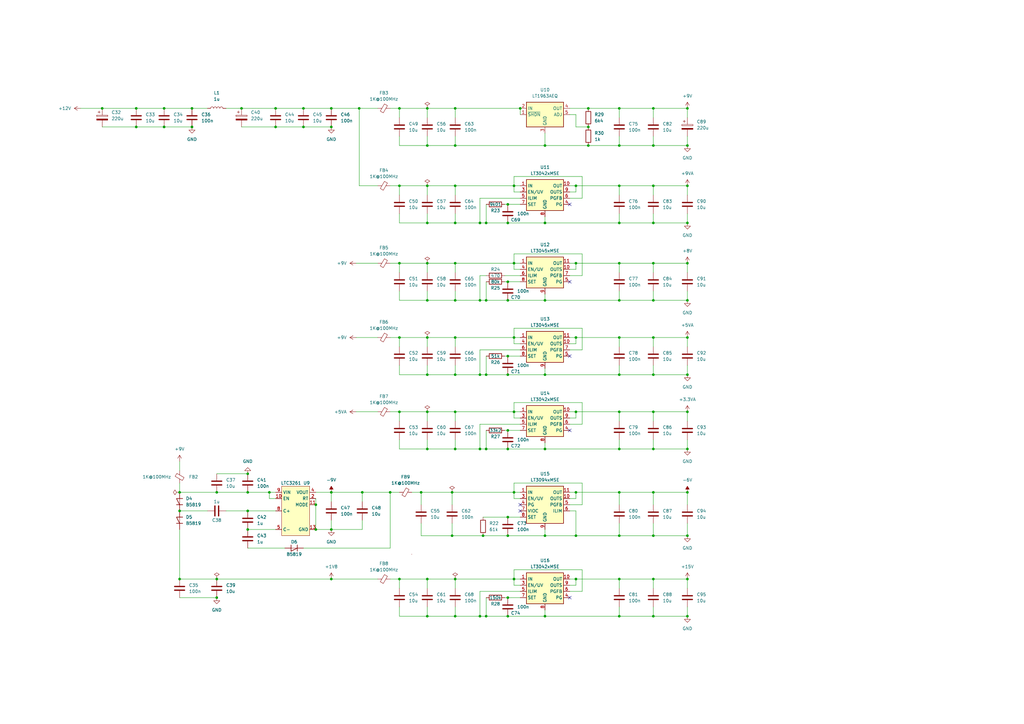
<source format=kicad_sch>
(kicad_sch (version 20211123) (generator eeschema)
  (paper "A3")
  (title_block (title "Kirdy") (date "2022-07-03") (rev "r0.1") (company "M-Labs") (comment 1 "Alex Wong Tat Hang"))
  (junction (at 175.26 237.49))
  (junction (at 223.52 59.69))
  (junction (at 223.52 184.15))
  (junction (at 236.22 76.2))
  (junction (at 210.82 201.93))
  (junction (at 78.74 44.45))
  (junction (at 210.82 76.2))
  (junction (at 236.22 168.91))
  (junction (at 185.42 219.71))
  (junction (at 101.6 217.17))
  (junction (at 254 184.15))
  (junction (at 208.28 245.11))
  (junction (at 185.42 201.93))
  (junction (at 208.28 176.53))
  (junction (at 135.89 217.17))
  (junction (at 147.32 44.45))
  (junction (at 210.82 138.43))
  (junction (at 254 91.44))
  (junction (at 135.89 237.49))
  (junction (at 208.28 252.73))
  (junction (at 196.85 184.15))
  (junction (at 88.9 237.49))
  (junction (at 199.39 252.73))
  (junction (at 186.69 138.43))
  (junction (at 208.28 184.15))
  (junction (at 78.74 52.07))
  (junction (at 254 44.45))
  (junction (at 267.97 76.2))
  (junction (at 199.39 153.67))
  (junction (at 254 237.49))
  (junction (at 163.83 76.2))
  (junction (at 281.94 107.95))
  (junction (at 210.82 107.95))
  (junction (at 99.06 44.45))
  (junction (at 67.31 52.07))
  (junction (at 175.26 59.69))
  (junction (at 267.97 201.93))
  (junction (at 113.03 52.07))
  (junction (at 175.26 153.67))
  (junction (at 175.26 91.44))
  (junction (at 41.91 44.45))
  (junction (at 281.94 138.43))
  (junction (at 267.97 138.43))
  (junction (at 175.26 107.95))
  (junction (at 196.85 91.44))
  (junction (at 199.39 123.19))
  (junction (at 267.97 252.73))
  (junction (at 281.94 237.49))
  (junction (at 186.69 252.73))
  (junction (at 208.28 123.19))
  (junction (at 254 219.71))
  (junction (at 148.59 201.93))
  (junction (at 223.52 153.67))
  (junction (at 223.52 91.44))
  (junction (at 101.6 209.55))
  (junction (at 281.94 76.2))
  (junction (at 281.94 201.93))
  (junction (at 281.94 168.91))
  (junction (at 186.69 107.95))
  (junction (at 281.94 123.19))
  (junction (at 281.94 44.45))
  (junction (at 186.69 237.49))
  (junction (at 186.69 184.15))
  (junction (at 163.83 168.91))
  (junction (at 236.22 219.71))
  (junction (at 254 168.91))
  (junction (at 281.94 252.73))
  (junction (at 241.3 44.45))
  (junction (at 223.52 123.19))
  (junction (at 186.69 76.2))
  (junction (at 213.36 44.45))
  (junction (at 198.12 219.71))
  (junction (at 281.94 184.15))
  (junction (at 267.97 44.45))
  (junction (at 135.89 201.93))
  (junction (at 186.69 91.44))
  (junction (at 267.97 168.91))
  (junction (at 175.26 168.91))
  (junction (at 281.94 219.71))
  (junction (at 160.02 201.93))
  (junction (at 186.69 59.69))
  (junction (at 208.28 83.82))
  (junction (at 135.89 52.07))
  (junction (at 236.22 201.93))
  (junction (at 113.03 44.45))
  (junction (at 254 153.67))
  (junction (at 254 138.43))
  (junction (at 210.82 168.91))
  (junction (at 281.94 91.44))
  (junction (at 254 59.69))
  (junction (at 267.97 184.15))
  (junction (at 267.97 123.19))
  (junction (at 254 76.2))
  (junction (at 101.6 201.93))
  (junction (at 163.83 138.43))
  (junction (at 186.69 123.19))
  (junction (at 241.3 52.07))
  (junction (at 175.26 252.73))
  (junction (at 135.89 44.45))
  (junction (at 196.85 123.19))
  (junction (at 208.28 91.44))
  (junction (at 172.72 201.93))
  (junction (at 208.28 153.67))
  (junction (at 73.66 209.55))
  (junction (at 267.97 237.49))
  (junction (at 208.28 212.09))
  (junction (at 196.85 252.73))
  (junction (at 124.46 52.07))
  (junction (at 175.26 184.15))
  (junction (at 163.83 107.95))
  (junction (at 186.69 153.67))
  (junction (at 88.9 201.93))
  (junction (at 254 201.93))
  (junction (at 110.49 201.93))
  (junction (at 208.28 115.57))
  (junction (at 236.22 107.95))
  (junction (at 267.97 219.71))
  (junction (at 208.28 146.05))
  (junction (at 223.52 252.73))
  (junction (at 73.66 201.93))
  (junction (at 175.26 123.19))
  (junction (at 281.94 59.69))
  (junction (at 267.97 59.69))
  (junction (at 55.88 52.07))
  (junction (at 236.22 237.49))
  (junction (at 281.94 153.67))
  (junction (at 223.52 219.71))
  (junction (at 208.28 219.71))
  (junction (at 267.97 107.95))
  (junction (at 175.26 76.2))
  (junction (at 175.26 138.43))
  (junction (at 163.83 44.45))
  (junction (at 199.39 184.15))
  (junction (at 101.6 194.31))
  (junction (at 88.9 245.11))
  (junction (at 267.97 91.44))
  (junction (at 254 123.19))
  (junction (at 175.26 44.45))
  (junction (at 210.82 237.49))
  (junction (at 254 252.73))
  (junction (at 73.66 237.49))
  (junction (at 163.83 237.49))
  (junction (at 186.69 168.91))
  (junction (at 129.54 207.01))
  (junction (at 67.31 44.45))
  (junction (at 267.97 153.67))
  (junction (at 124.46 44.45))
  (junction (at 55.88 44.45))
  (junction (at 186.69 44.45))
  (junction (at 254 107.95))
  (junction (at 129.54 217.17))
  (junction (at 241.3 59.69))
  (junction (at 236.22 138.43))
  (junction (at 199.39 91.44))
  (junction (at 196.85 153.67))
  (no_connect (at 233.68 115.57))
  (no_connect (at 233.68 176.53))
  (no_connect (at 233.68 245.11))
  (no_connect (at 213.36 209.55))
  (no_connect (at 213.36 207.01))
  (no_connect (at 233.68 83.82))
  (no_connect (at 233.68 146.05))
  (wire (pts (xy 88.9 201.93) (xy 101.6 201.93)))
  (wire (pts (xy 207.01 176.53) (xy 208.28 176.53)))
  (wire (pts (xy 267.97 214.63) (xy 267.97 219.71)))
  (wire (pts (xy 267.97 153.67) (xy 267.97 149.86)))
  (wire (pts (xy 196.85 81.28) (xy 196.85 91.44)))
  (wire (pts (xy 175.26 241.3) (xy 175.26 237.49)))
  (wire (pts (xy 160.02 237.49) (xy 163.83 237.49)))
  (wire (pts (xy 254 237.49) (xy 254 241.3)))
  (wire (pts (xy 233.68 140.97) (xy 236.22 140.97)))
  (wire (pts (xy 148.59 201.93) (xy 148.59 205.74)))
  (wire (pts (xy 281.94 252.73) (xy 281.94 248.92)))
  (wire (pts (xy 254 107.95) (xy 254 111.76)))
  (wire (pts (xy 135.89 213.36) (xy 135.89 217.17)))
  (wire (pts (xy 163.83 252.73) (xy 163.83 248.92)))
  (wire (pts (xy 208.28 176.53) (xy 213.36 176.53)))
  (wire (pts (xy 124.46 44.45) (xy 135.89 44.45)))
  (wire (pts (xy 135.89 217.17) (xy 129.54 217.17)))
  (wire (pts (xy 196.85 91.44) (xy 199.39 91.44)))
  (wire (pts (xy 267.97 107.95) (xy 267.97 111.76)))
  (wire (pts (xy 267.97 252.73) (xy 281.94 252.73)))
  (wire (pts (xy 160.02 107.95) (xy 163.83 107.95)))
  (wire (pts (xy 186.69 172.72) (xy 186.69 168.91)))
  (wire (pts (xy 196.85 113.03) (xy 199.39 113.03)))
  (wire (pts (xy 236.22 219.71) (xy 223.52 219.71)))
  (wire (pts (xy 175.26 123.19) (xy 186.69 123.19)))
  (wire (pts (xy 175.26 252.73) (xy 175.26 248.92)))
  (wire (pts (xy 186.69 123.19) (xy 196.85 123.19)))
  (wire (pts (xy 185.42 219.71) (xy 198.12 219.71)))
  (wire (pts (xy 267.97 153.67) (xy 281.94 153.67)))
  (wire (pts (xy 207.01 115.57) (xy 208.28 115.57)))
  (wire (pts (xy 175.26 123.19) (xy 175.26 119.38)))
  (wire (pts (xy 210.82 76.2) (xy 213.36 76.2)))
  (wire (pts (xy 163.83 59.69) (xy 175.26 59.69)))
  (wire (pts (xy 210.82 237.49) (xy 213.36 237.49)))
  (wire (pts (xy 254 219.71) (xy 254 214.63)))
  (wire (pts (xy 199.39 184.15) (xy 208.28 184.15)))
  (wire (pts (xy 129.54 201.93) (xy 135.89 201.93)))
  (wire (pts (xy 175.26 142.24) (xy 175.26 138.43)))
  (wire (pts (xy 199.39 252.73) (xy 208.28 252.73)))
  (wire (pts (xy 186.69 80.01) (xy 186.69 76.2)))
  (wire (pts (xy 199.39 245.11) (xy 199.39 252.73)))
  (wire (pts (xy 172.72 214.63) (xy 172.72 219.71)))
  (wire (pts (xy 92.71 209.55) (xy 101.6 209.55)))
  (wire (pts (xy 208.28 184.15) (xy 223.52 184.15)))
  (wire (pts (xy 175.26 184.15) (xy 186.69 184.15)))
  (wire (pts (xy 208.28 91.44) (xy 223.52 91.44)))
  (wire (pts (xy 213.36 204.47) (xy 210.82 204.47)))
  (wire (pts (xy 135.89 44.45) (xy 147.32 44.45)))
  (wire (pts (xy 254 219.71) (xy 267.97 219.71)))
  (wire (pts (xy 208.28 115.57) (xy 213.36 115.57)))
  (wire (pts (xy 163.83 252.73) (xy 175.26 252.73)))
  (wire (pts (xy 185.42 201.93) (xy 210.82 201.93)))
  (wire (pts (xy 186.69 168.91) (xy 210.82 168.91)))
  (wire (pts (xy 199.39 115.57) (xy 199.39 123.19)))
  (wire (pts (xy 175.26 76.2) (xy 186.69 76.2)))
  (wire (pts (xy 186.69 91.44) (xy 186.69 87.63)))
  (wire (pts (xy 199.39 146.05) (xy 199.39 153.67)))
  (wire (pts (xy 254 153.67) (xy 254 149.86)))
  (wire (pts (xy 238.76 134.62) (xy 210.82 134.62)))
  (wire (pts (xy 199.39 153.67) (xy 208.28 153.67)))
  (wire (pts (xy 172.72 219.71) (xy 185.42 219.71)))
  (wire (pts (xy 223.52 91.44) (xy 254 91.44)))
  (wire (pts (xy 236.22 240.03) (xy 236.22 237.49)))
  (wire (pts (xy 101.6 224.79) (xy 116.84 224.79)))
  (wire (pts (xy 198.12 219.71) (xy 208.28 219.71)))
  (wire (pts (xy 254 184.15) (xy 254 180.34)))
  (wire (pts (xy 210.82 140.97) (xy 210.82 138.43)))
  (wire (pts (xy 55.88 52.07) (xy 67.31 52.07)))
  (wire (pts (xy 196.85 81.28) (xy 213.36 81.28)))
  (wire (pts (xy 267.97 59.69) (xy 254 59.69)))
  (wire (pts (xy 213.36 110.49) (xy 210.82 110.49)))
  (wire (pts (xy 254 107.95) (xy 267.97 107.95)))
  (wire (pts (xy 267.97 91.44) (xy 267.97 87.63)))
  (wire (pts (xy 223.52 250.19) (xy 223.52 252.73)))
  (wire (pts (xy 254 123.19) (xy 254 119.38)))
  (wire (pts (xy 254 201.93) (xy 267.97 201.93)))
  (wire (pts (xy 186.69 44.45) (xy 213.36 44.45)))
  (wire (pts (xy 196.85 173.99) (xy 213.36 173.99)))
  (wire (pts (xy 175.26 184.15) (xy 175.26 180.34)))
  (wire (pts (xy 233.68 113.03) (xy 238.76 113.03)))
  (wire (pts (xy 210.82 107.95) (xy 213.36 107.95)))
  (wire (pts (xy 186.69 241.3) (xy 186.69 237.49)))
  (wire (pts (xy 254 237.49) (xy 267.97 237.49)))
  (wire (pts (xy 146.05 168.91) (xy 154.94 168.91)))
  (wire (pts (xy 236.22 237.49) (xy 254 237.49)))
  (wire (pts (xy 210.82 201.93) (xy 213.36 201.93)))
  (wire (pts (xy 207.01 245.11) (xy 208.28 245.11)))
  (wire (pts (xy 210.82 78.74) (xy 210.82 76.2)))
  (wire (pts (xy 196.85 252.73) (xy 199.39 252.73)))
  (wire (pts (xy 186.69 153.67) (xy 196.85 153.67)))
  (wire (pts (xy 236.22 219.71) (xy 254 219.71)))
  (wire (pts (xy 210.82 138.43) (xy 213.36 138.43)))
  (wire (pts (xy 73.66 198.12) (xy 73.66 201.93)))
  (wire (pts (xy 238.76 173.99) (xy 238.76 165.1)))
  (wire (pts (xy 175.26 172.72) (xy 175.26 168.91)))
  (wire (pts (xy 113.03 52.07) (xy 124.46 52.07)))
  (wire (pts (xy 73.66 237.49) (xy 73.66 217.17)))
  (wire (pts (xy 238.76 165.1) (xy 210.82 165.1)))
  (wire (pts (xy 208.28 123.19) (xy 223.52 123.19)))
  (wire (pts (xy 113.03 44.45) (xy 124.46 44.45)))
  (wire (pts (xy 281.94 76.2) (xy 281.94 80.01)))
  (wire (pts (xy 163.83 172.72) (xy 163.83 168.91)))
  (wire (pts (xy 281.94 184.15) (xy 281.94 180.34)))
  (wire (pts (xy 238.76 104.14) (xy 210.82 104.14)))
  (wire (pts (xy 210.82 240.03) (xy 210.82 237.49)))
  (wire (pts (xy 281.94 168.91) (xy 281.94 172.72)))
  (wire (pts (xy 163.83 107.95) (xy 175.26 107.95)))
  (wire (pts (xy 233.68 143.51) (xy 238.76 143.51)))
  (wire (pts (xy 254 48.26) (xy 254 44.45)))
  (wire (pts (xy 196.85 113.03) (xy 196.85 123.19)))
  (wire (pts (xy 236.22 201.93) (xy 254 201.93)))
  (wire (pts (xy 73.66 237.49) (xy 88.9 237.49)))
  (wire (pts (xy 175.26 168.91) (xy 186.69 168.91)))
  (wire (pts (xy 233.68 240.03) (xy 236.22 240.03)))
  (wire (pts (xy 175.26 44.45) (xy 186.69 44.45)))
  (wire (pts (xy 160.02 44.45) (xy 163.83 44.45)))
  (wire (pts (xy 124.46 52.07) (xy 135.89 52.07)))
  (wire (pts (xy 236.22 138.43) (xy 254 138.43)))
  (wire (pts (xy 110.49 201.93) (xy 113.03 201.93)))
  (wire (pts (xy 233.68 173.99) (xy 238.76 173.99)))
  (wire (pts (xy 210.82 134.62) (xy 210.82 138.43)))
  (wire (pts (xy 223.52 59.69) (xy 223.52 54.61)))
  (wire (pts (xy 267.97 76.2) (xy 267.97 80.01)))
  (wire (pts (xy 267.97 138.43) (xy 281.94 138.43)))
  (wire (pts (xy 254 44.45) (xy 267.97 44.45)))
  (wire (pts (xy 254 91.44) (xy 267.97 91.44)))
  (wire (pts (xy 267.97 123.19) (xy 267.97 119.38)))
  (wire (pts (xy 238.76 113.03) (xy 238.76 104.14)))
  (wire (pts (xy 223.52 151.13) (xy 223.52 153.67)))
  (wire (pts (xy 233.68 138.43) (xy 236.22 138.43)))
  (wire (pts (xy 163.83 59.69) (xy 163.83 55.88)))
  (wire (pts (xy 233.68 81.28) (xy 238.76 81.28)))
  (wire (pts (xy 196.85 153.67) (xy 199.39 153.67)))
  (wire (pts (xy 163.83 123.19) (xy 175.26 123.19)))
  (wire (pts (xy 223.52 181.61) (xy 223.52 184.15)))
  (wire (pts (xy 113.03 204.47) (xy 110.49 204.47)))
  (wire (pts (xy 73.66 245.11) (xy 88.9 245.11)))
  (wire (pts (xy 186.69 59.69) (xy 223.52 59.69)))
  (wire (pts (xy 135.89 237.49) (xy 154.94 237.49)))
  (wire (pts (xy 186.69 153.67) (xy 186.69 149.86)))
  (wire (pts (xy 186.69 123.19) (xy 186.69 119.38)))
  (wire (pts (xy 233.68 76.2) (xy 236.22 76.2)))
  (wire (pts (xy 185.42 214.63) (xy 185.42 219.71)))
  (wire (pts (xy 208.28 252.73) (xy 223.52 252.73)))
  (wire (pts (xy 175.26 252.73) (xy 186.69 252.73)))
  (wire (pts (xy 168.91 201.93) (xy 172.72 201.93)))
  (wire (pts (xy 186.69 48.26) (xy 186.69 44.45)))
  (wire (pts (xy 135.89 201.93) (xy 148.59 201.93)))
  (wire (pts (xy 267.97 44.45) (xy 281.94 44.45)))
  (wire (pts (xy 199.39 176.53) (xy 199.39 184.15)))
  (wire (pts (xy 254 168.91) (xy 254 172.72)))
  (wire (pts (xy 254 201.93) (xy 254 207.01)))
  (wire (pts (xy 185.42 201.93) (xy 185.42 207.01)))
  (wire (pts (xy 135.89 201.93) (xy 135.89 205.74)))
  (wire (pts (xy 213.36 78.74) (xy 210.82 78.74)))
  (wire (pts (xy 267.97 48.26) (xy 267.97 44.45)))
  (wire (pts (xy 163.83 237.49) (xy 175.26 237.49)))
  (wire (pts (xy 196.85 143.51) (xy 213.36 143.51)))
  (wire (pts (xy 186.69 252.73) (xy 186.69 248.92)))
  (wire (pts (xy 175.26 153.67) (xy 175.26 149.86)))
  (wire (pts (xy 233.68 168.91) (xy 236.22 168.91)))
  (wire (pts (xy 186.69 138.43) (xy 210.82 138.43)))
  (wire (pts (xy 254 123.19) (xy 267.97 123.19)))
  (wire (pts (xy 233.68 171.45) (xy 236.22 171.45)))
  (wire (pts (xy 254 91.44) (xy 254 87.63)))
  (wire (pts (xy 238.76 81.28) (xy 238.76 72.39)))
  (wire (pts (xy 213.36 240.03) (xy 210.82 240.03)))
  (wire (pts (xy 236.22 209.55) (xy 236.22 219.71)))
  (wire (pts (xy 163.83 80.01) (xy 163.83 76.2)))
  (wire (pts (xy 223.52 123.19) (xy 254 123.19)))
  (wire (pts (xy 254 153.67) (xy 267.97 153.67)))
  (wire (pts (xy 101.6 217.17) (xy 113.03 217.17)))
  (wire (pts (xy 213.36 44.45) (xy 213.36 46.99)))
  (wire (pts (xy 163.83 241.3) (xy 163.83 237.49)))
  (wire (pts (xy 233.68 242.57) (xy 238.76 242.57)))
  (wire (pts (xy 236.22 168.91) (xy 254 168.91)))
  (wire (pts (xy 223.52 219.71) (xy 223.52 217.17)))
  (wire (pts (xy 160.02 224.79) (xy 160.02 201.93)))
  (wire (pts (xy 163.83 48.26) (xy 163.83 44.45)))
  (wire (pts (xy 78.74 44.45) (xy 85.09 44.45)))
  (wire (pts (xy 267.97 201.93) (xy 281.94 201.93)))
  (wire (pts (xy 148.59 217.17) (xy 135.89 217.17)))
  (wire (pts (xy 92.71 44.45) (xy 99.06 44.45)))
  (wire (pts (xy 281.94 44.45) (xy 281.94 48.26)))
  (wire (pts (xy 175.26 48.26) (xy 175.26 44.45)))
  (wire (pts (xy 163.83 153.67) (xy 175.26 153.67)))
  (wire (pts (xy 175.26 153.67) (xy 186.69 153.67)))
  (wire (pts (xy 160.02 201.93) (xy 163.83 201.93)))
  (wire (pts (xy 267.97 237.49) (xy 281.94 237.49)))
  (wire (pts (xy 175.26 111.76) (xy 175.26 107.95)))
  (wire (pts (xy 110.49 204.47) (xy 110.49 201.93)))
  (wire (pts (xy 175.26 59.69) (xy 175.26 55.88)))
  (wire (pts (xy 210.82 168.91) (xy 213.36 168.91)))
  (wire (pts (xy 267.97 201.93) (xy 267.97 207.01)))
  (wire (pts (xy 198.12 212.09) (xy 208.28 212.09)))
  (wire (pts (xy 254 252.73) (xy 254 248.92)))
  (wire (pts (xy 233.68 78.74) (xy 236.22 78.74)))
  (wire (pts (xy 172.72 201.93) (xy 172.72 207.01)))
  (wire (pts (xy 210.82 110.49) (xy 210.82 107.95)))
  (wire (pts (xy 33.02 44.45) (xy 41.91 44.45)))
  (wire (pts (xy 238.76 72.39) (xy 210.82 72.39)))
  (wire (pts (xy 199.39 123.19) (xy 208.28 123.19)))
  (wire (pts (xy 254 252.73) (xy 267.97 252.73)))
  (wire (pts (xy 236.22 107.95) (xy 254 107.95)))
  (wire (pts (xy 236.22 140.97) (xy 236.22 138.43)))
  (wire (pts (xy 129.54 207.01) (xy 129.54 217.17)))
  (wire (pts (xy 267.97 252.73) (xy 267.97 248.92)))
  (wire (pts (xy 233.68 110.49) (xy 236.22 110.49)))
  (wire (pts (xy 41.91 44.45) (xy 55.88 44.45)))
  (wire (pts (xy 186.69 59.69) (xy 186.69 55.88)))
  (wire (pts (xy 163.83 76.2) (xy 175.26 76.2)))
  (wire (pts (xy 154.94 76.2) (xy 147.32 76.2)))
  (wire (pts (xy 254 55.88) (xy 254 59.69)))
  (wire (pts (xy 163.83 153.67) (xy 163.83 149.86)))
  (wire (pts (xy 267.97 123.19) (xy 281.94 123.19)))
  (wire (pts (xy 175.26 107.95) (xy 186.69 107.95)))
  (wire (pts (xy 196.85 242.57) (xy 196.85 252.73)))
  (wire (pts (xy 267.97 91.44) (xy 281.94 91.44)))
  (wire (pts (xy 73.66 209.55) (xy 85.09 209.55)))
  (wire (pts (xy 186.69 237.49) (xy 210.82 237.49)))
  (wire (pts (xy 101.6 201.93) (xy 110.49 201.93)))
  (wire (pts (xy 99.06 44.45) (xy 113.03 44.45)))
  (wire (pts (xy 186.69 184.15) (xy 186.69 180.34)))
  (wire (pts (xy 236.22 110.49) (xy 236.22 107.95)))
  (wire (pts (xy 73.66 189.23) (xy 73.66 193.04)))
  (wire (pts (xy 147.32 44.45) (xy 147.32 76.2)))
  (wire (pts (xy 146.05 107.95) (xy 154.94 107.95)))
  (wire (pts (xy 175.26 91.44) (xy 186.69 91.44)))
  (wire (pts (xy 233.68 107.95) (xy 236.22 107.95)))
  (wire (pts (xy 210.82 72.39) (xy 210.82 76.2)))
  (wire (pts (xy 254 76.2) (xy 267.97 76.2)))
  (wire (pts (xy 233.68 237.49) (xy 236.22 237.49)))
  (wire (pts (xy 196.85 123.19) (xy 199.39 123.19)))
  (wire (pts (xy 238.76 198.12) (xy 210.82 198.12)))
  (wire (pts (xy 241.3 44.45) (xy 254 44.45)))
  (wire (pts (xy 146.05 138.43) (xy 154.94 138.43)))
  (wire (pts (xy 196.85 143.51) (xy 196.85 153.67)))
  (wire (pts (xy 281.94 91.44) (xy 281.94 87.63)))
  (wire (pts (xy 41.91 52.07) (xy 55.88 52.07)))
  (wire (pts (xy 196.85 173.99) (xy 196.85 184.15)))
  (wire (pts (xy 281.94 138.43) (xy 281.94 142.24)))
  (wire (pts (xy 281.94 153.67) (xy 281.94 149.86)))
  (wire (pts (xy 233.68 204.47) (xy 236.22 204.47)))
  (wire (pts (xy 199.39 91.44) (xy 208.28 91.44)))
  (wire (pts (xy 238.76 207.01) (xy 238.76 198.12)))
  (wire (pts (xy 163.83 168.91) (xy 175.26 168.91)))
  (wire (pts (xy 236.22 78.74) (xy 236.22 76.2)))
  (wire (pts (xy 207.01 146.05) (xy 208.28 146.05)))
  (wire (pts (xy 196.85 184.15) (xy 199.39 184.15)))
  (wire (pts (xy 196.85 242.57) (xy 213.36 242.57)))
  (wire (pts (xy 233.68 46.99) (xy 236.22 46.99)))
  (wire (pts (xy 208.28 153.67) (xy 223.52 153.67)))
  (wire (pts (xy 210.82 171.45) (xy 210.82 168.91)))
  (wire (pts (xy 186.69 76.2) (xy 210.82 76.2)))
  (wire (pts (xy 210.82 198.12) (xy 210.82 201.93)))
  (wire (pts (xy 147.32 44.45) (xy 154.94 44.45)))
  (wire (pts (xy 213.36 140.97) (xy 210.82 140.97)))
  (wire (pts (xy 238.76 242.57) (xy 238.76 233.68)))
  (wire (pts (xy 88.9 194.31) (xy 101.6 194.31)))
  (wire (pts (xy 281.94 123.19) (xy 281.94 119.38)))
  (wire (pts (xy 267.97 168.91) (xy 267.97 172.72)))
  (wire (pts (xy 233.68 44.45) (xy 241.3 44.45)))
  (wire (pts (xy 267.97 76.2) (xy 281.94 76.2)))
  (wire (pts (xy 186.69 142.24) (xy 186.69 138.43)))
  (wire (pts (xy 281.94 55.88) (xy 281.94 59.69)))
  (wire (pts (xy 67.31 52.07) (xy 78.74 52.07)))
  (wire (pts (xy 210.82 204.47) (xy 210.82 201.93)))
  (wire (pts (xy 238.76 233.68) (xy 210.82 233.68)))
  (wire (pts (xy 254 138.43) (xy 267.97 138.43)))
  (wire (pts (xy 223.52 120.65) (xy 223.52 123.19)))
  (wire (pts (xy 267.97 219.71) (xy 281.94 219.71)))
  (wire (pts (xy 208.28 245.11) (xy 213.36 245.11)))
  (wire (pts (xy 223.52 88.9) (xy 223.52 91.44)))
  (wire (pts (xy 267.97 237.49) (xy 267.97 241.3)))
  (wire (pts (xy 254 184.15) (xy 267.97 184.15)))
  (wire (pts (xy 236.22 171.45) (xy 236.22 168.91)))
  (wire (pts (xy 210.82 233.68) (xy 210.82 237.49)))
  (wire (pts (xy 163.83 111.76) (xy 163.83 107.95)))
  (wire (pts (xy 55.88 44.45) (xy 67.31 44.45)))
  (wire (pts (xy 199.39 83.82) (xy 199.39 91.44)))
  (wire (pts (xy 160.02 168.91) (xy 163.83 168.91)))
  (wire (pts (xy 124.46 224.79) (xy 160.02 224.79)))
  (wire (pts (xy 254 138.43) (xy 254 142.24)))
  (wire (pts (xy 208.28 212.09) (xy 213.36 212.09)))
  (wire (pts (xy 210.82 165.1) (xy 210.82 168.91)))
  (wire (pts (xy 267.97 107.95) (xy 281.94 107.95)))
  (wire (pts (xy 160.02 76.2) (xy 163.83 76.2)))
  (wire (pts (xy 163.83 123.19) (xy 163.83 119.38)))
  (wire (pts (xy 67.31 44.45) (xy 78.74 44.45)))
  (wire (pts (xy 175.26 59.69) (xy 186.69 59.69)))
  (wire (pts (xy 163.83 184.15) (xy 175.26 184.15)))
  (wire (pts (xy 208.28 146.05) (xy 213.36 146.05)))
  (wire (pts (xy 175.26 237.49) (xy 186.69 237.49)))
  (wire (pts (xy 254 168.91) (xy 267.97 168.91)))
  (wire (pts (xy 186.69 111.76) (xy 186.69 107.95)))
  (wire (pts (xy 160.02 201.93) (xy 148.59 201.93)))
  (wire (pts (xy 172.72 201.93) (xy 185.42 201.93)))
  (wire (pts (xy 175.26 91.44) (xy 175.26 87.63)))
  (wire (pts (xy 281.94 201.93) (xy 281.94 207.01)))
  (wire (pts (xy 99.06 52.07) (xy 113.03 52.07)))
  (wire (pts (xy 101.6 209.55) (xy 113.03 209.55)))
  (wire (pts (xy 223.52 153.67) (xy 254 153.67)))
  (wire (pts (xy 238.76 143.51) (xy 238.76 134.62)))
  (wire (pts (xy 73.66 201.93) (xy 88.9 201.93)))
  (wire (pts (xy 254 59.69) (xy 241.3 59.69)))
  (wire (pts (xy 175.26 138.43) (xy 186.69 138.43)))
  (wire (pts (xy 186.69 107.95) (xy 210.82 107.95)))
  (wire (pts (xy 267.97 168.91) (xy 281.94 168.91)))
  (wire (pts (xy 233.68 207.01) (xy 238.76 207.01)))
  (wire (pts (xy 163.83 91.44) (xy 175.26 91.44)))
  (wire (pts (xy 236.22 76.2) (xy 254 76.2)))
  (wire (pts (xy 236.22 204.47) (xy 236.22 201.93)))
  (wire (pts (xy 236.22 46.99) (xy 236.22 52.07)))
  (wire (pts (xy 160.02 138.43) (xy 163.83 138.43)))
  (wire (pts (xy 208.28 219.71) (xy 223.52 219.71)))
  (wire (pts (xy 236.22 209.55) (xy 233.68 209.55)))
  (wire (pts (xy 186.69 184.15) (xy 196.85 184.15)))
  (wire (pts (xy 267.97 184.15) (xy 267.97 180.34)))
  (wire (pts (xy 207.01 83.82) (xy 208.28 83.82)))
  (wire (pts (xy 267.97 138.43) (xy 267.97 142.24)))
  (wire (pts (xy 223.52 59.69) (xy 241.3 59.69)))
  (wire (pts (xy 213.36 171.45) (xy 210.82 171.45)))
  (wire (pts (xy 236.22 52.07) (xy 241.3 52.07)))
  (wire (pts (xy 233.68 201.93) (xy 236.22 201.93)))
  (wire (pts (xy 254 76.2) (xy 254 80.01)))
  (wire (pts (xy 163.83 44.45) (xy 175.26 44.45)))
  (wire (pts (xy 223.52 184.15) (xy 254 184.15)))
  (wire (pts (xy 163.83 138.43) (xy 175.26 138.43)))
  (wire (pts (xy 208.28 83.82) (xy 213.36 83.82)))
  (wire (pts (xy 186.69 91.44) (xy 196.85 91.44)))
  (wire (pts (xy 163.83 91.44) (xy 163.83 87.63)))
  (wire (pts (xy 281.94 107.95) (xy 281.94 111.76)))
  (wire (pts (xy 281.94 237.49) (xy 281.94 241.3)))
  (wire (pts (xy 148.59 213.36) (xy 148.59 217.17)))
  (wire (pts (xy 267.97 55.88) (xy 267.97 59.69)))
  (wire (pts (xy 129.54 204.47) (xy 129.54 207.01)))
  (wire (pts (xy 267.97 59.69) (xy 281.94 59.69)))
  (wire (pts (xy 223.52 252.73) (xy 254 252.73)))
  (wire (pts (xy 186.69 252.73) (xy 196.85 252.73)))
  (wire (pts (xy 267.97 184.15) (xy 281.94 184.15)))
  (wire (pts (xy 210.82 104.14) (xy 210.82 107.95)))
  (wire (pts (xy 281.94 214.63) (xy 281.94 219.71)))
  (wire (pts (xy 175.26 80.01) (xy 175.26 76.2)))
  (wire (pts (xy 163.83 184.15) (xy 163.83 180.34)))
  (wire (pts (xy 88.9 237.49) (xy 135.89 237.49)))
  (wire (pts (xy 207.01 113.03) (xy 213.36 113.03)))
  (wire (pts (xy 163.83 142.24) (xy 163.83 138.43)))
  (symbol (lib_id "Device:R") (at 198.12 215.9 0) (unit 1)
    (property "Reference" "R22" (at 200.66 214.6299 0) (effects (justify left)))
    (property "Value" "61k" (at 200.66 217.1699 0) (effects (justify left)))
  )
  (symbol (lib_id "Device:C") (at 254 83.82 0) (unit 1)
    (property "Reference" "C76" (at 257.81 82.5499 0) (effects (justify left)))
    (property "Value" "100n" (at 257.81 85.0899 0) (effects (justify left)))
  )
  (symbol (lib_id "power:+5VA") (at 281.94 138.43 0) (unit 1)
    (property "Reference" "#PWR074" (effects hide))
    (property "Value" "+5VA" (at 281.94 133.35 0))
  )
  (symbol (lib_id "Device:C") (at 101.6 213.36 0) (unit 1)
    (property "Reference" "C42" (at 105.41 212.0899 0) (effects (justify left)))
    (property "Value" "1u" (at 105.41 214.6299 0) (effects (justify left)))
  )
  (symbol (lib_id "power:PWR_FLAG") (at 175.26 76.2 0) (unit 1)
    (property "Reference" "#FLG0106" (effects hide))
    (property "Value" "PWR_FLAG" (effects hide))
  )
  (symbol (lib_id "Device:C") (at 148.59 209.55 0) (unit 1)
    (property "Reference" "C48" (at 152.4 208.2799 0) (effects (justify left)))
    (property "Value" "10u" (at 152.4 210.8199 0) (effects (justify left)))
  )
  (symbol (lib_id "Device:R") (at 203.2 83.82 90) (unit 1)
    (property "Reference" "R23" (at 203.2 86.36 90))
    (property "Value" "9k01" (at 203.2 83.82 90))
  )
  (symbol (lib_id "Device:R") (at 203.2 245.11 90) (unit 1)
    (property "Reference" "R28" (at 203.2 247.65 90))
    (property "Value" "150k" (at 203.2 245.11 90))
  )
  (symbol (lib_id "Device:C") (at 281.94 210.82 0) (unit 1)
    (property "Reference" "C94" (at 285.75 209.5499 0) (effects (justify left)))
    (property "Value" "10u" (at 285.75 212.0899 0) (effects (justify left)))
  )
  (symbol (lib_id "Device:C") (at 186.69 83.82 0) (unit 1)
    (property "Reference" "C64" (at 190.5 82.5499 0) (effects (justify left)))
    (property "Value" "100n" (at 190.5 85.0899 0) (effects (justify left)))
  )
  (symbol (lib_id "Device:C") (at 113.03 48.26 0) (unit 1)
    (property "Reference" "C44" (at 116.84 46.9899 0) (effects (justify left)))
    (property "Value" "10u" (at 116.84 49.5299 0) (effects (justify left)))
  )
  (symbol (lib_id "power:PWR_FLAG") (at 175.26 107.95 0) (unit 1)
    (property "Reference" "#FLG0108" (effects hide))
    (property "Value" "PWR_FLAG" (effects hide))
  )
  (symbol (lib_id "Device:FerriteBead_Small") (at 73.66 195.58 180) (unit 1)
    (property "Reference" "FB2" (at 77.47 195.58 0) (effects (justify right)))
    (property "Value" "1K@100MHz" (at 58.42 195.58 0) (effects (justify right)))
  )
  (symbol (lib_id "Device:C") (at 208.28 180.34 0) (unit 1)
    (property "Reference" "C72" (at 209.55 182.88 0) (effects (justify left)))
    (property "Value" "100n" (at 212.09 180.34 0) (effects (justify left)))
  )
  (symbol (lib_id "Device:C") (at 186.69 115.57 0) (unit 1)
    (property "Reference" "C65" (at 190.5 114.2999 0) (effects (justify left)))
    (property "Value" "100n" (at 190.5 116.8399 0) (effects (justify left)))
  )
  (symbol (lib_id "Device:C") (at 175.26 176.53 0) (unit 1)
    (property "Reference" "C60" (at 179.07 175.2599 0) (effects (justify left)))
    (property "Value" "10u" (at 179.07 177.7999 0) (effects (justify left)))
  )
  (symbol (lib_id "Device:C") (at 254 52.07 0) (unit 1)
    (property "Reference" "C75" (at 257.81 50.7999 0) (effects (justify left)))
    (property "Value" "100n" (at 257.81 53.3399 0) (effects (justify left)))
  )
  (symbol (lib_id "power:GND") (at 281.94 123.19 0) (unit 1)
    (property "Reference" "#PWR073" (effects hide))
    (property "Value" "GND" (at 281.94 128.27 0))
  )
  (symbol (lib_id "Device:C") (at 267.97 210.82 0) (unit 1)
    (property "Reference" "C87" (at 271.78 209.5499 0) (effects (justify left)))
    (property "Value" "10u" (at 271.78 212.0899 0) (effects (justify left)))
  )
  (symbol (lib_id "Device:C") (at 175.26 245.11 0) (unit 1)
    (property "Reference" "C61" (at 179.07 243.8399 0) (effects (justify left)))
    (property "Value" "10u" (at 179.07 246.3799 0) (effects (justify left)))
  )
  (symbol (lib_id "Device:C") (at 186.69 245.11 0) (unit 1)
    (property "Reference" "C68" (at 190.5 243.8399 0) (effects (justify left)))
    (property "Value" "100n" (at 190.5 246.3799 0) (effects (justify left)))
  )
  (symbol (lib_id "Device:R") (at 203.2 146.05 90) (unit 1)
    (property "Reference" "R26" (at 203.2 148.59 90))
    (property "Value" "51k" (at 203.2 146.05 90))
  )
  (symbol (lib_id "Device:C") (at 175.26 52.07 0) (unit 1)
    (property "Reference" "C56" (at 179.07 50.7999 0) (effects (justify left)))
    (property "Value" "10u" (at 179.07 53.3399 0) (effects (justify left)))
  )
  (symbol (lib_id "Device:L") (at 88.9 44.45 90) (unit 1)
    (property "Reference" "L1" (at 88.9 38.1 90))
    (property "Value" "1u" (at 88.9 40.64 90))
  )
  (symbol (lib_id "Regulator_Linear:LT1963AEQ") (at 223.52 46.99 0) (unit 1)
    (property "Reference" "U10" (at 223.52 36.83 0))
    (property "Value" "LT1963AEQ" (at 223.52 39.37 0))
    (property "Footprint" "Package_TO_SOT_SMD:TO-263-5_TabPin3" (effects hide))
    (property "Datasheet" "https://www.analog.com/media/en/technical-documentation/data-sheets/1963aff.pdf" (effects hide))
  )
  (symbol (lib_id "Device:D_Shockley") (at 73.66 213.36 90) (unit 1)
    (property "Reference" "D5" (at 76.2 212.0899 90) (effects (justify right)))
    (property "Value" "B5819" (at 76.2 214.6299 90) (effects (justify right)))
  )
  (symbol (lib_id "Device:C_Polarized") (at 281.94 52.07 0) (unit 1)
    (property "Reference" "C89" (at 285.75 49.9109 0) (effects (justify left)))
    (property "Value" "220u" (at 285.75 52.4509 0) (effects (justify left)))
  )
  (symbol (lib_id "power:-9V") (at 135.89 201.93 0) (unit 1)
    (property "Reference" "#PWR063" (effects hide))
    (property "Value" "-9V" (at 135.89 196.85 0))
  )
  (symbol (lib_id "Device:FerriteBead_Small") (at 157.48 107.95 90) (unit 1)
    (property "Reference" "FB5" (at 157.4419 101.6 90))
    (property "Value" "1K@100MHz" (at 157.4419 104.14 90))
  )
  (symbol (lib_id "Device:C") (at 254 210.82 0) (unit 1)
    (property "Reference" "C80" (at 257.81 209.5499 0) (effects (justify left)))
    (property "Value" "100n" (at 257.81 212.0899 0) (effects (justify left)))
  )
  (symbol (lib_id "power:PWR_FLAG") (at 175.26 138.43 0) (unit 1)
    (property "Reference" "#FLG0109" (effects hide))
    (property "Value" "PWR_FLAG" (effects hide))
  )
  (symbol (lib_id "power:GND") (at 281.94 91.44 0) (unit 1)
    (property "Reference" "#PWR071" (effects hide))
    (property "Value" "GND" (at 281.94 96.52 0))
  )
  (symbol (lib_id "power:+9V") (at 281.94 44.45 0) (unit 1)
    (property "Reference" "#PWR068" (effects hide))
    (property "Value" "+9V" (at 281.94 39.37 0))
  )
  (symbol (lib_id "power:PWR_FLAG") (at 185.42 201.93 0) (unit 1)
    (property "Reference" "#FLG0102" (effects hide))
    (property "Value" "PWR_FLAG" (effects hide))
  )
  (symbol (lib_id "Device:R") (at 241.3 55.88 0) (unit 1)
    (property "Reference" "R30" (at 243.84 54.6099 0) (effects (justify left)))
    (property "Value" "1k" (at 243.84 57.1499 0) (effects (justify left)))
  )
  (symbol (lib_id "Device:FerriteBead_Small") (at 166.37 201.93 90) (unit 1)
    (property "Reference" "FB9" (at 166.3319 195.58 90))
    (property "Value" "1K@100MHz" (at 166.3319 198.12 90))
  )
  (symbol (lib_id "Device:C") (at 208.28 119.38 0) (unit 1)
    (property "Reference" "C70" (at 209.55 121.92 0) (effects (justify left)))
    (property "Value" "100n" (at 212.09 119.38 0) (effects (justify left)))
  )
  (symbol (lib_id "Device:C") (at 281.94 245.11 0) (unit 1)
    (property "Reference" "C95" (at 285.75 243.8399 0) (effects (justify left)))
    (property "Value" "10u" (at 285.75 246.3799 0) (effects (justify left)))
  )
  (symbol (lib_id "Device:C") (at 135.89 48.26 0) (unit 1)
    (property "Reference" "C46" (at 139.7 46.9899 0) (effects (justify left)))
    (property "Value" "100n" (at 139.7 49.5299 0) (effects (justify left)))
  )
  (symbol (lib_id "Device:C") (at 254 115.57 0) (unit 1)
    (property "Reference" "C77" (at 257.81 114.2999 0) (effects (justify left)))
    (property "Value" "100n" (at 257.81 116.8399 0) (effects (justify left)))
  )
  (symbol (lib_id "Device:C") (at 88.9 198.12 0) (unit 1)
    (property "Reference" "C37" (at 92.71 196.8499 0) (effects (justify left)))
    (property "Value" "10u" (at 92.71 199.3899 0) (effects (justify left)))
  )
  (symbol (lib_id "Regulator_Linear:LT3042xMSE") (at 223.52 78.74 0) (unit 1)
    (property "Reference" "U11" (at 223.52 68.58 0))
    (property "Value" "LT3042xMSE" (at 223.52 71.12 0))
    (property "Footprint" "Package_SO:MSOP-10-1EP_3x3mm_P0.5mm_EP1.68x1.88mm" (effects hide))
    (property "Datasheet" "https://www.analog.com/media/en/technical-documentation/data-sheets/3042fb.pdf" (effects hide))
  )
  (symbol (lib_id "Device:C") (at 88.9 209.55 90) (unit 1)
    (property "Reference" "C38" (at 88.9 213.36 90))
    (property "Value" "1u" (at 88.9 205.74 90))
  )
  (symbol (lib_id "Device:C") (at 267.97 52.07 0) (unit 1)
    (property "Reference" "C82" (at 271.78 50.7999 0) (effects (justify left)))
    (property "Value" "10u" (at 271.78 53.3399 0) (effects (justify left)))
  )
  (symbol (lib_id "Device:C") (at 101.6 220.98 0) (unit 1)
    (property "Reference" "C43" (at 105.41 219.7099 0) (effects (justify left)))
    (property "Value" "1u" (at 105.41 222.2499 0) (effects (justify left)))
  )
  (symbol (lib_id "Device:C") (at 254 245.11 0) (unit 1)
    (property "Reference" "C81" (at 257.81 243.8399 0) (effects (justify left)))
    (property "Value" "100n" (at 257.81 246.3799 0) (effects (justify left)))
  )
  (symbol (lib_id "Device:C") (at 88.9 241.3 0) (unit 1)
    (property "Reference" "C39" (at 92.71 240.0299 0) (effects (justify left)))
    (property "Value" "10u" (at 92.71 242.5699 0) (effects (justify left)))
  )
  (symbol (lib_id "Device:C") (at 67.31 48.26 0) (unit 1)
    (property "Reference" "C34" (at 71.12 46.9899 0) (effects (justify left)))
    (property "Value" "10u" (at 71.12 49.5299 0) (effects (justify left)))
  )
  (symbol (lib_id "Device:C") (at 208.28 149.86 0) (unit 1)
    (property "Reference" "C71" (at 209.55 152.4 0) (effects (justify left)))
    (property "Value" "100n" (at 212.09 149.86 0) (effects (justify left)))
  )
  (symbol (lib_id "Device:C") (at 281.94 176.53 0) (unit 1)
    (property "Reference" "C93" (at 285.75 175.2599 0) (effects (justify left)))
    (property "Value" "10u" (at 285.75 177.7999 0) (effects (justify left)))
  )
  (symbol (lib_id "Device:C") (at 172.72 210.82 0) (unit 1)
    (property "Reference" "C55" (at 176.53 209.5499 0) (effects (justify left)))
    (property "Value" "10u" (at 176.53 212.0899 0) (effects (justify left)))
  )
  (symbol (lib_id "Device:FerriteBead_Small") (at 157.48 168.91 90) (unit 1)
    (property "Reference" "FB7" (at 157.4419 162.56 90))
    (property "Value" "1K@100MHz" (at 157.4419 165.1 90))
  )
  (symbol (lib_id "Device:C_Polarized") (at 99.06 48.26 0) (unit 1)
    (property "Reference" "C40" (at 102.87 46.1009 0) (effects (justify left)))
    (property "Value" "220u" (at 102.87 48.6409 0) (effects (justify left)))
  )
  (symbol (lib_id "Device:C") (at 267.97 176.53 0) (unit 1)
    (property "Reference" "C86" (at 271.78 175.2599 0) (effects (justify left)))
    (property "Value" "10u" (at 271.78 177.7999 0) (effects (justify left)))
  )
  (symbol (lib_id "Device:C") (at 281.94 83.82 0) (unit 1)
    (property "Reference" "C90" (at 285.75 82.5499 0) (effects (justify left)))
    (property "Value" "10u" (at 285.75 85.0899 0) (effects (justify left)))
  )
  (symbol (lib_id "Device:FerriteBead_Small") (at 157.48 138.43 90) (unit 1)
    (property "Reference" "FB6" (at 157.4419 132.08 90))
    (property "Value" "1K@100MHz" (at 157.4419 134.62 90))
  )
  (symbol (lib_id "kirdy:+18V") (at 135.89 237.49 0) (unit 1)
    (property "Reference" "#PWR064" (effects hide))
    (property "Value" "+18V" (at 135.89 232.41 0))
  )
  (symbol (lib_id "power:+9VA") (at 281.94 76.2 0) (unit 1)
    (property "Reference" "#PWR070" (effects hide))
    (property "Value" "+9VA" (at 281.94 71.12 0))
  )
  (symbol (lib_id "Device:C") (at 163.83 176.53 0) (unit 1)
    (property "Reference" "C53" (at 167.64 175.2599 0) (effects (justify left)))
    (property "Value" "10u" (at 167.64 177.7999 0) (effects (justify left)))
  )
  (symbol (lib_id "Device:C") (at 254 176.53 0) (unit 1)
    (property "Reference" "C79" (at 257.81 175.2599 0) (effects (justify left)))
    (property "Value" "100n" (at 257.81 177.7999 0) (effects (justify left)))
  )
  (symbol (lib_id "power:GND") (at 281.94 219.71 0) (unit 1)
    (property "Reference" "#PWR079" (effects hide))
    (property "Value" "GND" (at 281.94 224.79 0))
  )
  (symbol (lib_id "Device:C") (at 208.28 87.63 0) (unit 1)
    (property "Reference" "C69" (at 209.55 90.17 0) (effects (justify left)))
    (property "Value" "100n" (at 212.09 87.63 0) (effects (justify left)))
  )
  (symbol (lib_id "Device:C") (at 267.97 83.82 0) (unit 1)
    (property "Reference" "C83" (at 271.78 82.5499 0) (effects (justify left)))
    (property "Value" "10u" (at 271.78 85.0899 0) (effects (justify left)))
  )
  (symbol (lib_id "power:PWR_FLAG") (at 186.69 237.49 0) (unit 1)
    (property "Reference" "#FLG0101" (effects hide))
    (property "Value" "PWR_FLAG" (effects hide))
  )
  (symbol (lib_id "Device:R") (at 203.2 113.03 90) (unit 1)
    (property "Reference" "R24" (at 203.2 110.49 90))
    (property "Value" "470" (at 203.2 113.03 90))
  )
  (symbol (lib_id "power:GND") (at 281.94 252.73 0) (unit 1)
    (property "Reference" "#PWR081" (effects hide))
    (property "Value" "GND" (at 281.94 257.81 0))
  )
  (symbol (lib_id "Device:C") (at 163.83 146.05 0) (unit 1)
    (property "Reference" "C52" (at 167.64 144.7799 0) (effects (justify left)))
    (property "Value" "10u" (at 167.64 147.3199 0) (effects (justify left)))
  )
  (symbol (lib_id "power:PWR_FLAG") (at 88.9 237.49 0) (unit 1)
    (property "Reference" "#FLG0104" (effects hide))
    (property "Value" "PWR_FLAG" (effects hide))
  )
  (symbol (lib_id "Device:C") (at 175.26 146.05 0) (unit 1)
    (property "Reference" "C59" (at 179.07 144.7799 0) (effects (justify left)))
    (property "Value" "10u" (at 179.07 147.3199 0) (effects (justify left)))
  )
  (symbol (lib_id "power:GND") (at 281.94 184.15 0) (unit 1)
    (property "Reference" "#PWR077" (effects hide))
    (property "Value" "GND" (at 281.94 189.23 0))
  )
  (symbol (lib_id "Device:C") (at 186.69 146.05 0) (unit 1)
    (property "Reference" "C66" (at 190.5 144.7799 0) (effects (justify left)))
    (property "Value" "100n" (at 190.5 147.3199 0) (effects (justify left)))
  )
  (symbol (lib_id "Device:C") (at 267.97 115.57 0) (unit 1)
    (property "Reference" "C84" (at 271.78 114.2999 0) (effects (justify left)))
    (property "Value" "10u" (at 271.78 116.8399 0) (effects (justify left)))
  )
  (symbol (lib_id "Device:C") (at 186.69 176.53 0) (unit 1)
    (property "Reference" "C67" (at 190.5 175.2599 0) (effects (justify left)))
    (property "Value" "100n" (at 190.5 177.7999 0) (effects (justify left)))
  )
  (symbol (lib_id "power:+9V") (at 73.66 189.23 0) (unit 1)
    (property "Reference" "#PWR058" (effects hide))
    (property "Value" "+9V" (at 73.66 184.15 0))
  )
  (symbol (lib_id "Device:FerriteBead_Small") (at 157.48 237.49 90) (unit 1)
    (property "Reference" "FB8" (at 157.4419 231.14 90))
    (property "Value" "1K@100MHz" (at 157.4419 233.68 90))
  )
  (symbol (lib_id "power:+5VA") (at 146.05 168.91 90) (unit 1)
    (property "Reference" "#PWR067" (effects hide))
    (property "Value" "+5VA" (at 142.24 168.9099 90) (effects (justify left)))
  )
  (symbol (lib_id "power:PWR_FLAG") (at 175.26 168.91 0) (unit 1)
    (property "Reference" "#FLG0103" (effects hide))
    (property "Value" "PWR_FLAG" (effects hide))
  )
  (symbol (lib_id "power:PWR_FLAG") (at 73.66 201.93 90) (unit 1)
    (property "Reference" "#FLG0105" (effects hide))
    (property "Value" "PWR_FLAG" (effects hide))
  )
  (symbol (lib_id "kirdy:LTC3261") (at 120.65 208.28 0) (unit 1)
    (property "Reference" "U9" (at 125.73 198.12 0))
    (property "Value" "LTC3261" (at 119.38 198.12 0))
    (property "Footprint" "Package_SO:MSOP-12-1EP_3x4mm_P0.65mm_EP1.65x2.85mm" (effects hide))
    (property "Datasheet" "https://www.analog.com/media/en/technical-documentation/data-sheets/3261fb.pdf" (effects hide))
  )
  (symbol (lib_id "Device:R") (at 203.2 115.57 90) (unit 1)
    (property "Reference" "R25" (at 203.2 118.11 90))
    (property "Value" "80k" (at 203.2 115.57 90))
  )
  (symbol (lib_id "power:PWR_FLAG") (at 175.26 44.45 0) (unit 1)
    (property "Reference" "#FLG0107" (effects hide))
    (property "Value" "PWR_FLAG" (effects hide))
  )
  (symbol (lib_id "Device:C") (at 124.46 48.26 0) (unit 1)
    (property "Reference" "C45" (at 128.27 46.9899 0) (effects (justify left)))
    (property "Value" "10u" (at 128.27 49.5299 0) (effects (justify left)))
  )
  (symbol (lib_id "Device:C") (at 208.28 248.92 0) (unit 1)
    (property "Reference" "C74" (at 209.55 251.46 0) (effects (justify left)))
    (property "Value" "100n" (at 212.09 248.92 0) (effects (justify left)))
  )
  (symbol (lib_id "Device:FerriteBead_Small") (at 157.48 44.45 90) (unit 1)
    (property "Reference" "FB3" (at 157.4419 38.1 90))
    (property "Value" "1K@100MHz" (at 157.4419 40.64 90))
  )
  (symbol (lib_id "Device:C") (at 163.83 52.07 0) (unit 1)
    (property "Reference" "C49" (at 167.64 50.7999 0) (effects (justify left)))
    (property "Value" "10u" (at 167.64 53.3399 0) (effects (justify left)))
  )
  (symbol (lib_id "power:+15V") (at 281.94 237.49 0) (unit 1)
    (property "Reference" "#PWR080" (effects hide))
    (property "Value" "+15V" (at 281.94 232.41 0))
  )
  (symbol (lib_id "power:GND") (at 281.94 59.69 0) (unit 1)
    (property "Reference" "#PWR069" (effects hide))
    (property "Value" "GND" (at 281.94 64.77 0))
  )
  (symbol (lib_id "Device:C") (at 185.42 210.82 0) (unit 1)
    (property "Reference" "C62" (at 189.23 209.5499 0) (effects (justify left)))
    (property "Value" "100n" (at 189.23 212.0899 0) (effects (justify left)))
  )
  (symbol (lib_id "Regulator_Linear:LT3042xMSE") (at 223.52 171.45 0) (unit 1)
    (property "Reference" "U14" (at 223.52 161.29 0))
    (property "Value" "LT3042xMSE" (at 223.52 163.83 0))
    (property "Footprint" "Package_SO:MSOP-10-1EP_3x3mm_P0.5mm_EP1.68x1.88mm" (effects hide))
    (property "Datasheet" "https://www.analog.com/media/en/technical-documentation/data-sheets/3042fb.pdf" (effects hide))
  )
  (symbol (lib_id "Regulator_Linear:LT3045xMSE") (at 223.52 110.49 0) (unit 1)
    (property "Reference" "U12" (at 223.52 100.33 0))
    (property "Value" "LT3045xMSE" (at 223.52 102.87 0))
    (property "Footprint" "Package_SO:MSOP-12-1EP_3x4mm_P0.65mm_EP1.65x2.85mm" (effects hide))
    (property "Datasheet" "https://www.analog.com/media/en/technical-documentation/data-sheets/3045fa.pdf" (effects hide))
  )
  (symbol (lib_id "Device:C") (at 175.26 83.82 0) (unit 1)
    (property "Reference" "C57" (at 179.07 82.5499 0) (effects (justify left)))
    (property "Value" "10u" (at 179.07 85.0899 0) (effects (justify left)))
  )
  (symbol (lib_id "Regulator_Linear:LT3042xMSE") (at 223.52 240.03 0) (unit 1)
    (property "Reference" "U16" (at 223.52 229.87 0))
    (property "Value" "LT3042xMSE" (at 223.52 232.41 0))
    (property "Footprint" "Package_SO:MSOP-10-1EP_3x3mm_P0.5mm_EP1.68x1.88mm" (effects hide))
    (property "Datasheet" "https://www.analog.com/media/en/technical-documentation/data-sheets/3042fb.pdf" (effects hide))
  )
  (symbol (lib_id "Device:FerriteBead_Small") (at 157.48 76.2 90) (unit 1)
    (property "Reference" "FB4" (at 157.4419 69.85 90))
    (property "Value" "1K@100MHz" (at 157.4419 72.39 90))
  )
  (symbol (lib_id "power:GND") (at 135.89 217.17 0) (unit 1)
    (property "Reference" "#PWR0160" (effects hide))
    (property "Value" "GND" (at 135.89 222.25 0))
  )
  (symbol (lib_id "Device:C") (at 55.88 48.26 0) (unit 1)
    (property "Reference" "C33" (at 59.69 46.9899 0) (effects (justify left)))
    (property "Value" "10u" (at 59.69 49.5299 0) (effects (justify left)))
  )
  (symbol (lib_id "Device:R") (at 203.2 176.53 90) (unit 1)
    (property "Reference" "R27" (at 203.2 179.07 90))
    (property "Value" "33k2" (at 203.2 176.53 90))
  )
  (symbol (lib_id "power:GND") (at 101.6 194.31 180) (unit 1)
    (property "Reference" "#PWR061" (effects hide))
    (property "Value" "GND" (at 101.6 189.23 0))
  )
  (symbol (lib_id "Device:C") (at 163.83 83.82 0) (unit 1)
    (property "Reference" "C50" (at 167.64 82.5499 0) (effects (justify left)))
    (property "Value" "10u" (at 167.64 85.0899 0) (effects (justify left)))
  )
  (symbol (lib_id "Device:C") (at 73.66 241.3 0) (unit 1)
    (property "Reference" "C35" (at 77.47 240.0299 0) (effects (justify left)))
    (property "Value" "100n" (at 77.47 242.5699 0) (effects (justify left)))
  )
  (symbol (lib_id "Device:C") (at 101.6 198.12 0) (unit 1)
    (property "Reference" "C41" (at 105.41 196.8499 0) (effects (justify left)))
    (property "Value" "100n" (at 105.41 199.3899 0) (effects (justify left)))
  )
  (symbol (lib_id "Regulator_Linear:LT3094xMSE") (at 223.52 207.01 0) (unit 1)
    (property "Reference" "U15" (at 223.52 194.31 0))
    (property "Value" "LT3094xMSE" (at 223.52 196.85 0))
    (property "Footprint" "Package_SO:MSOP-12-1EP_3x4mm_P0.65mm_EP1.65x2.85mm" (effects hide))
    (property "Datasheet" "https://www.analog.com/media/en/technical-documentation/data-sheets/LT3094.pdf" (effects hide))
  )
  (symbol (lib_id "power:+9V") (at 146.05 107.95 90) (unit 1)
    (property "Reference" "#PWR065" (effects hide))
    (property "Value" "+9V" (at 142.24 107.9499 90) (effects (justify left)))
  )
  (symbol (lib_id "power:GND") (at 78.74 52.07 0) (unit 1)
    (property "Reference" "#PWR059" (effects hide))
    (property "Value" "GND" (at 78.74 57.15 0))
  )
  (symbol (lib_id "Device:C") (at 267.97 245.11 0) (unit 1)
    (property "Reference" "C88" (at 271.78 243.8399 0) (effects (justify left)))
    (property "Value" "10u" (at 271.78 246.3799 0) (effects (justify left)))
  )
  (symbol (lib_id "power:GND") (at 135.89 52.07 0) (unit 1)
    (property "Reference" "#PWR062" (effects hide))
    (property "Value" "GND" (at 135.89 57.15 0))
  )
  (symbol (lib_id "Device:D_Shockley") (at 120.65 224.79 180) (unit 1)
    (property "Reference" "D6" (at 120.65 222.25 0))
    (property "Value" "B5819" (at 120.65 227.33 0))
  )
  (symbol (lib_id "Device:C") (at 135.89 209.55 0) (unit 1)
    (property "Reference" "C47" (at 139.7 208.2799 0) (effects (justify left)))
    (property "Value" "100n" (at 139.7 210.8199 0) (effects (justify left)))
  )
  (symbol (lib_id "Device:C") (at 163.83 115.57 0) (unit 1)
    (property "Reference" "C51" (at 167.64 114.2999 0) (effects (justify left)))
    (property "Value" "10u" (at 167.64 116.8399 0) (effects (justify left)))
  )
  (symbol (lib_id "Device:D_Shockley") (at 73.66 205.74 90) (unit 1)
    (property "Reference" "D4" (at 76.2 204.4699 90) (effects (justify right)))
    (property "Value" "B5819" (at 76.2 207.0099 90) (effects (justify right)))
  )
  (symbol (lib_id "power:GND") (at 88.9 245.11 0) (unit 1)
    (property "Reference" "#PWR060" (effects hide))
    (property "Value" "GND" (at 88.9 250.19 0))
  )
  (symbol (lib_id "Regulator_Linear:LT3045xMSE") (at 223.52 140.97 0) (unit 1)
    (property "Reference" "U13" (at 223.52 130.81 0))
    (property "Value" "LT3045xMSE" (at 223.52 133.35 0))
    (property "Footprint" "Package_SO:MSOP-12-1EP_3x4mm_P0.65mm_EP1.65x2.85mm" (effects hide))
    (property "Datasheet" "https://www.analog.com/media/en/technical-documentation/data-sheets/3045fa.pdf" (effects hide))
  )
  (symbol (lib_id "power:+12V") (at 33.02 44.45 90) (unit 1)
    (property "Reference" "#PWR057" (effects hide))
    (property "Value" "+12V" (at 29.21 44.4499 90) (effects (justify left)))
  )
  (symbol (lib_id "Device:C") (at 163.83 245.11 0) (unit 1)
    (property "Reference" "C54" (at 167.64 243.8399 0) (effects (justify left)))
    (property "Value" "10u" (at 167.64 246.3799 0) (effects (justify left)))
  )
  (symbol (lib_id "Device:C") (at 254 146.05 0) (unit 1)
    (property "Reference" "C78" (at 257.81 144.7799 0) (effects (justify left)))
    (property "Value" "100n" (at 257.81 147.3199 0) (effects (justify left)))
  )
  (symbol (lib_id "Device:C_Polarized") (at 41.91 48.26 0) (unit 1)
    (property "Reference" "C32" (at 45.72 46.1009 0) (effects (justify left)))
    (property "Value" "220u" (at 45.72 48.6409 0) (effects (justify left)))
  )
  (symbol (lib_id "power:+9V") (at 146.05 138.43 90) (unit 1)
    (property "Reference" "#PWR066" (effects hide))
    (property "Value" "+9V" (at 142.24 138.4299 90) (effects (justify left)))
  )
  (symbol (lib_id "power:+3.3VA") (at 281.94 168.91 0) (unit 1)
    (property "Reference" "#PWR076" (effects hide))
    (property "Value" "+3.3VA" (at 281.94 163.83 0))
  )
  (symbol (lib_id "power:GND") (at 281.94 153.67 0) (unit 1)
    (property "Reference" "#PWR075" (effects hide))
    (property "Value" "GND" (at 281.94 158.75 0))
  )
  (symbol (lib_id "Device:C") (at 281.94 146.05 0) (unit 1)
    (property "Reference" "C92" (at 285.75 144.7799 0) (effects (justify left)))
    (property "Value" "10u" (at 285.75 147.3199 0) (effects (justify left)))
  )
  (symbol (lib_id "power:-6V") (at 281.94 201.93 0) (unit 1)
    (property "Reference" "#PWR078" (effects hide))
    (property "Value" "-6V" (at 281.94 196.85 0))
  )
  (symbol (lib_id "Device:C") (at 78.74 48.26 0) (unit 1)
    (property "Reference" "C36" (at 82.55 46.9899 0) (effects (justify left)))
    (property "Value" "100n" (at 82.55 49.5299 0) (effects (justify left)))
  )
  (symbol (lib_id "Device:C") (at 281.94 115.57 0) (unit 1)
    (property "Reference" "C91" (at 285.75 114.2999 0) (effects (justify left)))
    (property "Value" "10u" (at 285.75 116.8399 0) (effects (justify left)))
  )
  (symbol (lib_id "Device:C") (at 175.26 115.57 0) (unit 1)
    (property "Reference" "C58" (at 179.07 114.2999 0) (effects (justify left)))
    (property "Value" "10u" (at 179.07 116.8399 0) (effects (justify left)))
  )
  (symbol (lib_id "Device:R") (at 241.3 48.26 0) (unit 1)
    (property "Reference" "R29" (at 243.84 46.9899 0) (effects (justify left)))
    (property "Value" "6k4" (at 243.84 49.5299 0) (effects (justify left)))
  )
  (symbol (lib_id "Device:C") (at 208.28 215.9 0) (unit 1)
    (property "Reference" "C73" (at 212.09 214.6299 0) (effects (justify left)))
    (property "Value" "100n" (at 212.09 217.1699 0) (effects (justify left)))
  )
  (symbol (lib_id "Device:C") (at 186.69 52.07 0) (unit 1)
    (property "Reference" "C63" (at 190.5 50.7999 0) (effects (justify left)))
    (property "Value" "100n" (at 190.5 53.3399 0) (effects (justify left)))
  )
  (symbol (lib_id "Device:C") (at 267.97 146.05 0) (unit 1)
    (property "Reference" "C85" (at 271.78 144.7799 0) (effects (justify left)))
    (property "Value" "10u" (at 271.78 147.3199 0) (effects (justify left)))
  )
  (symbol (lib_id "power:+8V") (at 281.94 107.95 0) (unit 1)
    (property "Reference" "#PWR072" (effects hide))
    (property "Value" "+8V" (at 281.94 102.87 0))
  )
)
</source>
